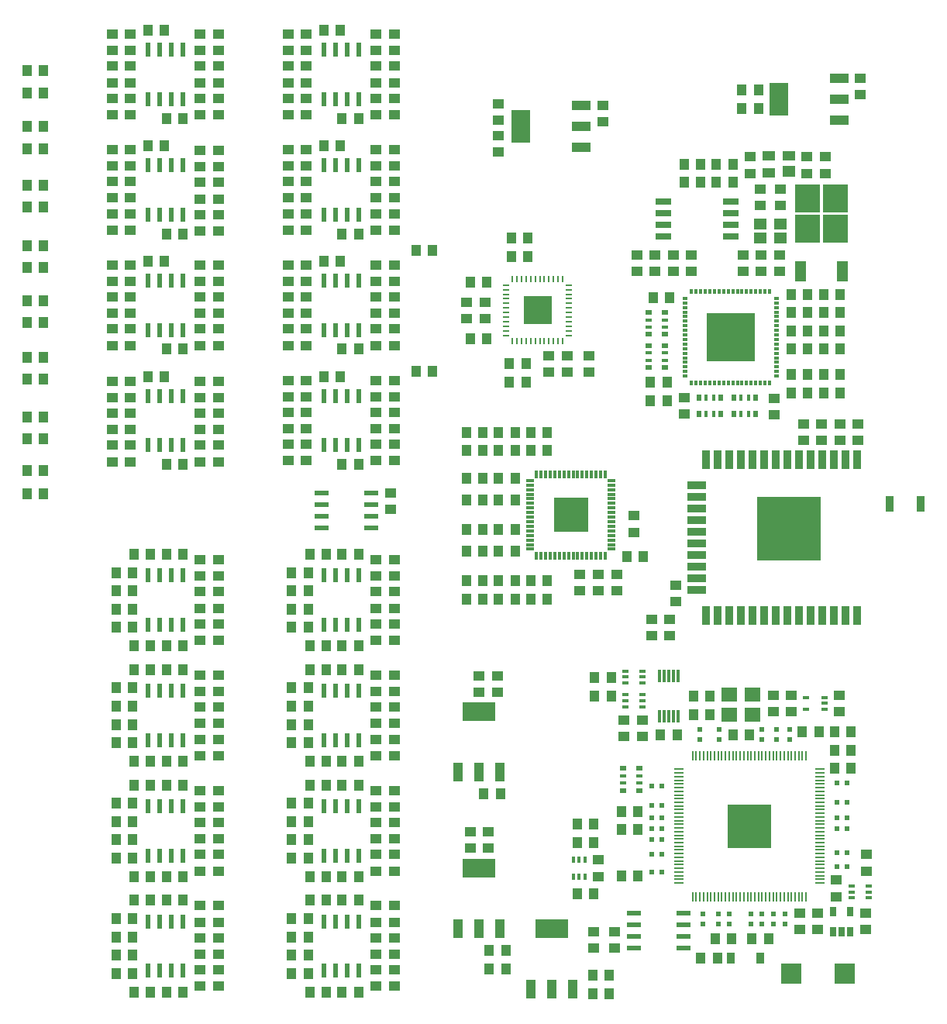
<source format=gtp>
G04 #@! TF.GenerationSoftware,KiCad,Pcbnew,(5.1.0-0)*
G04 #@! TF.CreationDate,2019-11-04T21:02:19+01:00*
G04 #@! TF.ProjectId,freeDSP-aurora,66726565-4453-4502-9d61-75726f72612e,rev?*
G04 #@! TF.SameCoordinates,Original*
G04 #@! TF.FileFunction,Paste,Top*
G04 #@! TF.FilePolarity,Positive*
%FSLAX46Y46*%
G04 Gerber Fmt 4.6, Leading zero omitted, Abs format (unit mm)*
G04 Created by KiCad (PCBNEW (5.1.0-0)) date 2019-11-04 21:02:19*
%MOMM*%
%LPD*%
G04 APERTURE LIST*
%ADD10R,1.000000X1.300000*%
%ADD11R,0.600000X1.550000*%
%ADD12R,1.550000X0.600000*%
%ADD13R,1.300000X1.000000*%
%ADD14R,1.399540X1.198880*%
%ADD15R,1.399540X1.000760*%
%ADD16R,3.657600X2.032000*%
%ADD17R,1.016000X2.032000*%
%ADD18R,2.032000X3.657600*%
%ADD19R,2.032000X1.016000*%
%ADD20R,0.900000X2.000000*%
%ADD21R,2.000000X0.900000*%
%ADD22R,7.000000X7.000000*%
%ADD23R,1.700000X1.500000*%
%ADD24R,1.400000X1.200000*%
%ADD25R,2.200000X2.200000*%
%ADD26R,0.300000X0.550000*%
%ADD27R,0.550000X0.300000*%
%ADD28R,5.250000X5.250000*%
%ADD29R,1.700000X0.650000*%
%ADD30R,3.060000X3.060000*%
%ADD31R,0.250000X0.700000*%
%ADD32R,0.700000X0.250000*%
%ADD33R,3.690000X3.690000*%
%ADD34R,0.300000X0.850000*%
%ADD35R,0.850000X0.300000*%
%ADD36R,4.800000X4.800000*%
%ADD37R,0.230000X1.000000*%
%ADD38R,1.000000X0.230000*%
%ADD39R,0.660400X0.406400*%
%ADD40R,0.910000X1.220000*%
%ADD41R,0.398780X0.749300*%
%ADD42R,0.650000X0.400000*%
%ADD43R,0.749300X0.398780*%
%ADD44R,0.300000X1.400000*%
%ADD45R,0.500000X0.800000*%
%ADD46R,0.400000X0.800000*%
%ADD47R,0.400000X0.790000*%
%ADD48R,0.500000X0.790000*%
%ADD49R,0.800000X0.500000*%
%ADD50R,0.800000X0.400000*%
%ADD51R,0.600000X0.500000*%
%ADD52R,0.500000X0.600000*%
%ADD53R,0.650000X1.060000*%
%ADD54R,1.200000X2.200000*%
%ADD55R,2.750000X3.050000*%
%ADD56R,0.900000X1.700000*%
G04 APERTURE END LIST*
D10*
X161900000Y-134300000D03*
X160100000Y-134300000D03*
D11*
X132395000Y-87500000D03*
X133665000Y-87500000D03*
X134935000Y-87500000D03*
X136205000Y-87500000D03*
X136205000Y-92900000D03*
X134935000Y-92900000D03*
X133665000Y-92900000D03*
X132395000Y-92900000D03*
X113195000Y-87500000D03*
X114465000Y-87500000D03*
X115735000Y-87500000D03*
X117005000Y-87500000D03*
X117005000Y-92900000D03*
X115735000Y-92900000D03*
X114465000Y-92900000D03*
X113195000Y-92900000D03*
X132395000Y-74900000D03*
X133665000Y-74900000D03*
X134935000Y-74900000D03*
X136205000Y-74900000D03*
X136205000Y-80300000D03*
X134935000Y-80300000D03*
X133665000Y-80300000D03*
X132395000Y-80300000D03*
X113195000Y-74900000D03*
X114465000Y-74900000D03*
X115735000Y-74900000D03*
X117005000Y-74900000D03*
X117005000Y-80300000D03*
X115735000Y-80300000D03*
X114465000Y-80300000D03*
X113195000Y-80300000D03*
X132395000Y-62300000D03*
X133665000Y-62300000D03*
X134935000Y-62300000D03*
X136205000Y-62300000D03*
X136205000Y-67700000D03*
X134935000Y-67700000D03*
X133665000Y-67700000D03*
X132395000Y-67700000D03*
X113195000Y-62300000D03*
X114465000Y-62300000D03*
X115735000Y-62300000D03*
X117005000Y-62300000D03*
X117005000Y-67700000D03*
X115735000Y-67700000D03*
X114465000Y-67700000D03*
X113195000Y-67700000D03*
X113195000Y-49700000D03*
X114465000Y-49700000D03*
X115735000Y-49700000D03*
X117005000Y-49700000D03*
X117005000Y-55100000D03*
X115735000Y-55100000D03*
X114465000Y-55100000D03*
X113195000Y-55100000D03*
X132395000Y-49700000D03*
X133665000Y-49700000D03*
X134935000Y-49700000D03*
X136205000Y-49700000D03*
X136205000Y-55100000D03*
X134935000Y-55100000D03*
X133665000Y-55100000D03*
X132395000Y-55100000D03*
X132395000Y-144900000D03*
X133665000Y-144900000D03*
X134935000Y-144900000D03*
X136205000Y-144900000D03*
X136205000Y-150300000D03*
X134935000Y-150300000D03*
X133665000Y-150300000D03*
X132395000Y-150300000D03*
X113195000Y-144900000D03*
X114465000Y-144900000D03*
X115735000Y-144900000D03*
X117005000Y-144900000D03*
X117005000Y-150300000D03*
X115735000Y-150300000D03*
X114465000Y-150300000D03*
X113195000Y-150300000D03*
X113195000Y-132300000D03*
X114465000Y-132300000D03*
X115735000Y-132300000D03*
X117005000Y-132300000D03*
X117005000Y-137700000D03*
X115735000Y-137700000D03*
X114465000Y-137700000D03*
X113195000Y-137700000D03*
X132395000Y-119700000D03*
X133665000Y-119700000D03*
X134935000Y-119700000D03*
X136205000Y-119700000D03*
X136205000Y-125100000D03*
X134935000Y-125100000D03*
X133665000Y-125100000D03*
X132395000Y-125100000D03*
X113195000Y-119700000D03*
X114465000Y-119700000D03*
X115735000Y-119700000D03*
X117005000Y-119700000D03*
X117005000Y-125100000D03*
X115735000Y-125100000D03*
X114465000Y-125100000D03*
X113195000Y-125100000D03*
X113195000Y-107100000D03*
X114465000Y-107100000D03*
X115735000Y-107100000D03*
X117005000Y-107100000D03*
X117005000Y-112500000D03*
X115735000Y-112500000D03*
X114465000Y-112500000D03*
X113195000Y-112500000D03*
X132395000Y-107100000D03*
X133665000Y-107100000D03*
X134935000Y-107100000D03*
X136205000Y-107100000D03*
X136205000Y-112500000D03*
X134935000Y-112500000D03*
X133665000Y-112500000D03*
X132395000Y-112500000D03*
X132395000Y-132300000D03*
X133665000Y-132300000D03*
X134935000Y-132300000D03*
X136205000Y-132300000D03*
X136205000Y-137700000D03*
X134935000Y-137700000D03*
X133665000Y-137700000D03*
X132395000Y-137700000D03*
D12*
X166300000Y-147805000D03*
X166300000Y-146535000D03*
X166300000Y-145265000D03*
X166300000Y-143995000D03*
X171700000Y-143995000D03*
X171700000Y-145265000D03*
X171700000Y-146535000D03*
X171700000Y-147805000D03*
X137600000Y-98095000D03*
X137600000Y-99365000D03*
X137600000Y-100635000D03*
X137600000Y-101905000D03*
X132200000Y-101905000D03*
X132200000Y-100635000D03*
X132200000Y-99365000D03*
X132200000Y-98095000D03*
D10*
X134400000Y-142600000D03*
X136200000Y-142600000D03*
D13*
X138100000Y-146700000D03*
X138100000Y-148500000D03*
D10*
X115200000Y-142600000D03*
X117000000Y-142600000D03*
D13*
X118900000Y-146700000D03*
X118900000Y-148500000D03*
X140100000Y-143200000D03*
X140100000Y-145000000D03*
X120900000Y-145000000D03*
X120900000Y-143200000D03*
D10*
X134400000Y-130000000D03*
X136200000Y-130000000D03*
D13*
X138100000Y-134100000D03*
X138100000Y-135900000D03*
X138100000Y-132400000D03*
X138100000Y-130600000D03*
X140100000Y-134100000D03*
X140100000Y-135900000D03*
X140100000Y-132400000D03*
X140100000Y-130600000D03*
D10*
X130700000Y-134000000D03*
X128900000Y-134000000D03*
X134400000Y-117400000D03*
X136200000Y-117400000D03*
D13*
X138100000Y-121500000D03*
X138100000Y-123300000D03*
D10*
X115200000Y-117400000D03*
X117000000Y-117400000D03*
D13*
X118900000Y-121500000D03*
X118900000Y-123300000D03*
X140100000Y-118000000D03*
X140100000Y-119800000D03*
X120900000Y-119800000D03*
X120900000Y-118000000D03*
D10*
X134400000Y-104800000D03*
X136200000Y-104800000D03*
D13*
X138100000Y-108900000D03*
X138100000Y-110700000D03*
X140100000Y-107200000D03*
X140100000Y-105400000D03*
X118900000Y-108900000D03*
X118900000Y-110700000D03*
X118900000Y-107200000D03*
X118900000Y-105400000D03*
D10*
X109700000Y-108800000D03*
X111500000Y-108800000D03*
X101800000Y-58100000D03*
X100000000Y-58100000D03*
D13*
X139700000Y-98100000D03*
X139700000Y-99900000D03*
X140100000Y-87600000D03*
X140100000Y-85800000D03*
X120900000Y-85900000D03*
X120900000Y-87700000D03*
X140100000Y-75000000D03*
X140100000Y-73200000D03*
X120900000Y-73200000D03*
X120900000Y-75000000D03*
X140100000Y-62400000D03*
X140100000Y-60600000D03*
X120900000Y-60700000D03*
X120900000Y-62500000D03*
X140100000Y-49800000D03*
X140100000Y-48000000D03*
X120900000Y-48000000D03*
X120900000Y-49800000D03*
D10*
X100000000Y-89800000D03*
X101800000Y-89800000D03*
X100000000Y-95700000D03*
X101800000Y-95700000D03*
X101800000Y-92200000D03*
X100000000Y-92200000D03*
X101800000Y-98200000D03*
X100000000Y-98200000D03*
X100000000Y-77100000D03*
X101800000Y-77100000D03*
X100000000Y-83300000D03*
X101800000Y-83300000D03*
X101800000Y-79500000D03*
X100000000Y-79500000D03*
X101800000Y-85700000D03*
X100000000Y-85700000D03*
X100000000Y-64500000D03*
X101800000Y-64500000D03*
X100000000Y-71100000D03*
X101800000Y-71100000D03*
X101800000Y-66900000D03*
X100000000Y-66900000D03*
X101800000Y-73500000D03*
X100000000Y-73500000D03*
X100000000Y-52000000D03*
X101800000Y-52000000D03*
X101800000Y-60500000D03*
X100000000Y-60500000D03*
X101800000Y-54400000D03*
X100000000Y-54400000D03*
D14*
X183199820Y-62969620D03*
D15*
X183199820Y-61250040D03*
X181000180Y-61250040D03*
X181000180Y-63149960D03*
D16*
X149400000Y-139098000D03*
D17*
X149400000Y-145702000D03*
X151686000Y-145702000D03*
X147114000Y-145702000D03*
D13*
X168200000Y-111900000D03*
X168200000Y-113700000D03*
X170200000Y-111900000D03*
X170200000Y-113700000D03*
D18*
X182098000Y-55114000D03*
D19*
X188702000Y-55114000D03*
X188702000Y-52828000D03*
X188702000Y-57400000D03*
D16*
X157300000Y-145698000D03*
D17*
X157300000Y-152302000D03*
X159586000Y-152302000D03*
X155014000Y-152302000D03*
D18*
X153898000Y-58100000D03*
D19*
X160502000Y-58100000D03*
X160502000Y-55814000D03*
X160502000Y-60386000D03*
D13*
X151500000Y-59100000D03*
X151500000Y-60900000D03*
X151500000Y-57400000D03*
X151500000Y-55600000D03*
X162900000Y-55800000D03*
X162900000Y-57600000D03*
X184800000Y-90600000D03*
X184800000Y-92400000D03*
D20*
X190700000Y-94500000D03*
X189430000Y-94500000D03*
X188160000Y-94500000D03*
X186890000Y-94500000D03*
X185620000Y-94500000D03*
X184350000Y-94500000D03*
X183080000Y-94500000D03*
X181810000Y-94500000D03*
X180540000Y-94500000D03*
X179270000Y-94500000D03*
X178000000Y-94500000D03*
X176730000Y-94500000D03*
X175460000Y-94500000D03*
X174190000Y-94500000D03*
D21*
X173190000Y-97285000D03*
X173190000Y-98555000D03*
X173190000Y-99825000D03*
X173190000Y-101095000D03*
X173190000Y-102365000D03*
X173190000Y-103635000D03*
X173190000Y-104905000D03*
X173190000Y-106175000D03*
X173190000Y-107445000D03*
X173190000Y-108715000D03*
D20*
X174190000Y-111500000D03*
X175460000Y-111500000D03*
X176730000Y-111500000D03*
X178000000Y-111500000D03*
X179270000Y-111500000D03*
X180540000Y-111500000D03*
X181810000Y-111500000D03*
X183080000Y-111500000D03*
X184350000Y-111500000D03*
X185620000Y-111500000D03*
X186890000Y-111500000D03*
X188160000Y-111500000D03*
X189430000Y-111500000D03*
X190700000Y-111500000D03*
D22*
X183200000Y-102000000D03*
D13*
X188800000Y-90600000D03*
X188800000Y-92400000D03*
X190800000Y-90600000D03*
X190800000Y-92400000D03*
X186800000Y-90600000D03*
X186800000Y-92400000D03*
D10*
X190000000Y-128200000D03*
X188200000Y-128200000D03*
X190000000Y-126200000D03*
X188200000Y-126200000D03*
D13*
X167200000Y-124700000D03*
X167200000Y-122900000D03*
X165200000Y-124700000D03*
X165200000Y-122900000D03*
D10*
X172800000Y-120300000D03*
X174600000Y-120300000D03*
X162000000Y-120300000D03*
X163800000Y-120300000D03*
X171000000Y-124500000D03*
X169200000Y-124500000D03*
X162000000Y-118300000D03*
X163800000Y-118300000D03*
D13*
X191700000Y-137600000D03*
X191700000Y-139400000D03*
X188400000Y-142200000D03*
X188400000Y-140400000D03*
X186400000Y-145800000D03*
X186400000Y-144000000D03*
X148400000Y-135100000D03*
X148400000Y-136900000D03*
D10*
X150500000Y-148100000D03*
X152300000Y-148100000D03*
D13*
X150400000Y-135100000D03*
X150400000Y-136900000D03*
D10*
X161900000Y-141900000D03*
X160100000Y-141900000D03*
D13*
X162400000Y-140000000D03*
X162400000Y-138200000D03*
D10*
X160100000Y-136300000D03*
X161900000Y-136300000D03*
D23*
X179270000Y-120100000D03*
X176730000Y-120100000D03*
X176730000Y-122300000D03*
X179270000Y-122300000D03*
D13*
X183500000Y-120200000D03*
X183500000Y-122000000D03*
X188700000Y-120200000D03*
X188700000Y-122000000D03*
D10*
X177100000Y-124500000D03*
X178900000Y-124500000D03*
X175200000Y-146800000D03*
X177000000Y-146800000D03*
X179200000Y-146800000D03*
X181000000Y-146800000D03*
X164900000Y-139900000D03*
X166700000Y-139900000D03*
X166700000Y-134900000D03*
X164900000Y-134900000D03*
X166700000Y-132900000D03*
X164900000Y-132900000D03*
X186500000Y-124200000D03*
X184700000Y-124200000D03*
X172800000Y-122300000D03*
X174600000Y-122300000D03*
D13*
X181500000Y-120200000D03*
X181500000Y-122000000D03*
X164200000Y-146000000D03*
X164200000Y-147800000D03*
D10*
X173600000Y-148900000D03*
X175400000Y-148900000D03*
X188200000Y-124200000D03*
X190000000Y-124200000D03*
X161800000Y-150800000D03*
X163600000Y-150800000D03*
X179900000Y-56100000D03*
X178100000Y-56100000D03*
D13*
X191000000Y-52800000D03*
X191000000Y-54600000D03*
D24*
X182300000Y-68700000D03*
X180100000Y-70300000D03*
X180100000Y-68700000D03*
X182300000Y-70300000D03*
D13*
X162400000Y-107000000D03*
X162400000Y-108800000D03*
D10*
X151500000Y-109700000D03*
X153300000Y-109700000D03*
X151500000Y-91500000D03*
X153300000Y-91500000D03*
D13*
X159000000Y-83100000D03*
X159000000Y-84900000D03*
X148000000Y-79100000D03*
X148000000Y-77300000D03*
D10*
X169900000Y-88000000D03*
X168100000Y-88000000D03*
D13*
X170600000Y-73900000D03*
X170600000Y-72100000D03*
D10*
X187000000Y-82400000D03*
X188800000Y-82400000D03*
X185300000Y-85200000D03*
X183500000Y-85200000D03*
D13*
X185200000Y-63200000D03*
X185200000Y-61400000D03*
X187200000Y-63200000D03*
X187200000Y-61400000D03*
D10*
X177100000Y-64200000D03*
X175300000Y-64200000D03*
X177100000Y-62200000D03*
X175300000Y-62200000D03*
X171800000Y-64200000D03*
X173600000Y-64200000D03*
X171800000Y-62200000D03*
X173600000Y-62200000D03*
D13*
X178200000Y-73900000D03*
X178200000Y-72100000D03*
X180200000Y-73900000D03*
X180200000Y-72100000D03*
X166600000Y-72100000D03*
X166600000Y-73900000D03*
D10*
X187000000Y-78400000D03*
X188800000Y-78400000D03*
X187000000Y-76400000D03*
X188800000Y-76400000D03*
X188800000Y-85200000D03*
X187000000Y-85200000D03*
X188800000Y-87200000D03*
X187000000Y-87200000D03*
D13*
X171800000Y-87700000D03*
X171800000Y-89500000D03*
D10*
X170200000Y-76800000D03*
X168400000Y-76800000D03*
X183500000Y-76400000D03*
X185300000Y-76400000D03*
X183500000Y-87200000D03*
X185300000Y-87200000D03*
D13*
X181600000Y-87800000D03*
X181600000Y-89600000D03*
D10*
X169900000Y-86000000D03*
X168100000Y-86000000D03*
D13*
X172600000Y-73900000D03*
X172600000Y-72100000D03*
X182200000Y-73900000D03*
X182200000Y-72100000D03*
X179000000Y-63200000D03*
X179000000Y-61400000D03*
X168600000Y-72100000D03*
X168600000Y-73900000D03*
X180100000Y-66700000D03*
X180100000Y-64900000D03*
X182300000Y-66700000D03*
X182300000Y-64900000D03*
D10*
X187000000Y-80400000D03*
X188800000Y-80400000D03*
X185300000Y-80400000D03*
X183500000Y-80400000D03*
X183500000Y-78400000D03*
X185300000Y-78400000D03*
X185300000Y-82400000D03*
X183500000Y-82400000D03*
X179900000Y-54100000D03*
X178100000Y-54100000D03*
D13*
X161900000Y-147800000D03*
X161900000Y-146000000D03*
D10*
X161800000Y-152800000D03*
X163600000Y-152800000D03*
D13*
X140100000Y-91100000D03*
X140100000Y-89300000D03*
X120900000Y-91200000D03*
X120900000Y-89400000D03*
X138100000Y-89300000D03*
X138100000Y-91100000D03*
X140100000Y-92800000D03*
X140100000Y-94600000D03*
X118900000Y-89400000D03*
X118900000Y-91200000D03*
X120900000Y-92900000D03*
X120900000Y-94700000D03*
X130500000Y-89300000D03*
X130500000Y-91100000D03*
X111300000Y-89400000D03*
X111300000Y-91200000D03*
X128500000Y-85800000D03*
X128500000Y-87600000D03*
X109300000Y-85900000D03*
X109300000Y-87700000D03*
X128500000Y-92800000D03*
X128500000Y-94600000D03*
X109300000Y-92900000D03*
X109300000Y-94700000D03*
D10*
X154700000Y-70300000D03*
X152900000Y-70300000D03*
D13*
X130500000Y-92800000D03*
X130500000Y-94600000D03*
D10*
X134400000Y-95000000D03*
X136200000Y-95000000D03*
D13*
X111300000Y-92900000D03*
X111300000Y-94700000D03*
D10*
X115200000Y-95000000D03*
X117000000Y-95000000D03*
D13*
X140100000Y-78500000D03*
X140100000Y-76700000D03*
D10*
X142500000Y-71600000D03*
X144300000Y-71600000D03*
D13*
X138100000Y-76700000D03*
X138100000Y-78500000D03*
X140100000Y-80200000D03*
X140100000Y-82000000D03*
X118900000Y-76700000D03*
X118900000Y-78500000D03*
X120900000Y-80200000D03*
X120900000Y-82000000D03*
X130500000Y-76700000D03*
X130500000Y-78500000D03*
X111300000Y-76700000D03*
X111300000Y-78500000D03*
X128500000Y-73200000D03*
X128500000Y-75000000D03*
X109300000Y-73200000D03*
X109300000Y-75000000D03*
X128500000Y-80200000D03*
X128500000Y-82000000D03*
X109300000Y-80200000D03*
X109300000Y-82000000D03*
X130500000Y-80200000D03*
X130500000Y-82000000D03*
D10*
X134400000Y-82400000D03*
X136200000Y-82400000D03*
D13*
X111300000Y-80200000D03*
X111300000Y-82000000D03*
D10*
X115200000Y-82400000D03*
X117000000Y-82400000D03*
X142500000Y-84800000D03*
X144300000Y-84800000D03*
D13*
X140100000Y-65900000D03*
X140100000Y-64100000D03*
X120900000Y-66000000D03*
X120900000Y-64200000D03*
X138100000Y-64100000D03*
X138100000Y-65900000D03*
X140100000Y-67600000D03*
X140100000Y-69400000D03*
X118900000Y-64200000D03*
X118900000Y-66000000D03*
X120900000Y-67700000D03*
X120900000Y-69500000D03*
X130500000Y-64100000D03*
X130500000Y-65900000D03*
X111300000Y-64100000D03*
X111300000Y-65900000D03*
X128500000Y-60600000D03*
X128500000Y-62400000D03*
X109300000Y-60600000D03*
X109300000Y-62400000D03*
D10*
X154500000Y-86000000D03*
X152700000Y-86000000D03*
D13*
X128500000Y-67600000D03*
X128500000Y-69400000D03*
X109300000Y-67600000D03*
X109300000Y-69400000D03*
X130500000Y-67600000D03*
X130500000Y-69400000D03*
D10*
X134400000Y-69800000D03*
X136200000Y-69800000D03*
D13*
X111300000Y-67600000D03*
X111300000Y-69400000D03*
D10*
X115200000Y-69800000D03*
X117000000Y-69800000D03*
D13*
X120900000Y-53300000D03*
X120900000Y-51500000D03*
X140100000Y-53300000D03*
X140100000Y-51500000D03*
X118900000Y-51500000D03*
X118900000Y-53300000D03*
X120900000Y-55000000D03*
X120900000Y-56800000D03*
X138100000Y-51500000D03*
X138100000Y-53300000D03*
X140100000Y-55000000D03*
X140100000Y-56800000D03*
X111300000Y-51500000D03*
X111300000Y-53300000D03*
X130500000Y-51500000D03*
X130500000Y-53300000D03*
X109300000Y-48000000D03*
X109300000Y-49800000D03*
X128500000Y-48000000D03*
X128500000Y-49800000D03*
X109300000Y-55000000D03*
X109300000Y-56800000D03*
X128500000Y-55000000D03*
X128500000Y-56800000D03*
X111300000Y-55000000D03*
X111300000Y-56800000D03*
D10*
X115200000Y-57200000D03*
X117000000Y-57200000D03*
D13*
X130500000Y-55000000D03*
X130500000Y-56800000D03*
D10*
X134400000Y-57200000D03*
X136200000Y-57200000D03*
X132400000Y-85400000D03*
X134200000Y-85400000D03*
X113200000Y-85400000D03*
X115000000Y-85400000D03*
X132400000Y-72800000D03*
X134200000Y-72800000D03*
X113200000Y-72800000D03*
X115000000Y-72800000D03*
X132400000Y-60200000D03*
X134200000Y-60200000D03*
X113200000Y-60200000D03*
X115000000Y-60200000D03*
X113200000Y-47600000D03*
X115000000Y-47600000D03*
X132400000Y-47600000D03*
X134200000Y-47600000D03*
D13*
X157000000Y-83100000D03*
X157000000Y-84900000D03*
X138100000Y-87600000D03*
X138100000Y-85800000D03*
X118900000Y-87700000D03*
X118900000Y-85900000D03*
X138100000Y-94600000D03*
X138100000Y-92800000D03*
X118900000Y-94700000D03*
X118900000Y-92900000D03*
D10*
X152900000Y-72300000D03*
X154700000Y-72300000D03*
D13*
X130500000Y-85800000D03*
X130500000Y-87600000D03*
X111300000Y-85900000D03*
X111300000Y-87700000D03*
X128500000Y-89300000D03*
X128500000Y-91100000D03*
X109300000Y-89400000D03*
X109300000Y-91200000D03*
D10*
X150200000Y-75100000D03*
X148400000Y-75100000D03*
D13*
X138100000Y-75000000D03*
X138100000Y-73200000D03*
X118900000Y-75000000D03*
X118900000Y-73200000D03*
X138100000Y-82000000D03*
X138100000Y-80200000D03*
X118900000Y-82000000D03*
X118900000Y-80200000D03*
X150000000Y-79100000D03*
X150000000Y-77300000D03*
X130500000Y-73200000D03*
X130500000Y-75000000D03*
X111300000Y-73200000D03*
X111300000Y-75000000D03*
X128500000Y-76700000D03*
X128500000Y-78500000D03*
X109300000Y-76700000D03*
X109300000Y-78500000D03*
D10*
X150200000Y-81300000D03*
X148400000Y-81300000D03*
D13*
X138100000Y-62400000D03*
X138100000Y-60600000D03*
X118900000Y-62500000D03*
X118900000Y-60700000D03*
X138100000Y-69400000D03*
X138100000Y-67600000D03*
X118900000Y-69500000D03*
X118900000Y-67700000D03*
D10*
X152700000Y-84000000D03*
X154500000Y-84000000D03*
D13*
X130500000Y-60600000D03*
X130500000Y-62400000D03*
X111300000Y-60600000D03*
X111300000Y-62400000D03*
X128500000Y-64100000D03*
X128500000Y-65900000D03*
X109300000Y-64100000D03*
X109300000Y-65900000D03*
X161400000Y-83100000D03*
X161400000Y-84900000D03*
X118900000Y-49800000D03*
X118900000Y-48000000D03*
X138100000Y-49800000D03*
X138100000Y-48000000D03*
X118900000Y-56800000D03*
X118900000Y-55000000D03*
X138100000Y-56800000D03*
X138100000Y-55000000D03*
X111300000Y-48000000D03*
X111300000Y-49800000D03*
X130500000Y-48000000D03*
X130500000Y-49800000D03*
X109300000Y-51500000D03*
X109300000Y-53300000D03*
X128500000Y-51500000D03*
X128500000Y-53300000D03*
X138100000Y-143200000D03*
X138100000Y-145000000D03*
X118900000Y-143200000D03*
X118900000Y-145000000D03*
X140100000Y-146700000D03*
X140100000Y-148500000D03*
X120900000Y-146700000D03*
X120900000Y-148500000D03*
D10*
X128900000Y-148600000D03*
X130700000Y-148600000D03*
X109700000Y-148600000D03*
X111500000Y-148600000D03*
X136200000Y-152600000D03*
X134400000Y-152600000D03*
X117000000Y-152600000D03*
X115200000Y-152600000D03*
X128900000Y-150600000D03*
X130700000Y-150600000D03*
X109700000Y-150600000D03*
X111500000Y-150600000D03*
D13*
X138100000Y-152000000D03*
X138100000Y-150200000D03*
X118900000Y-152000000D03*
X118900000Y-150200000D03*
D10*
X128900000Y-136000000D03*
X130700000Y-136000000D03*
X136200000Y-140000000D03*
X134400000Y-140000000D03*
X128900000Y-138000000D03*
X130700000Y-138000000D03*
D13*
X138100000Y-139400000D03*
X138100000Y-137600000D03*
D10*
X117000000Y-130000000D03*
X115200000Y-130000000D03*
D13*
X118900000Y-134100000D03*
X118900000Y-135900000D03*
D10*
X148000000Y-109700000D03*
X149800000Y-109700000D03*
D13*
X118900000Y-130600000D03*
X118900000Y-132400000D03*
X120900000Y-134100000D03*
X120900000Y-135900000D03*
D10*
X109700000Y-136000000D03*
X111500000Y-136000000D03*
X117000000Y-140000000D03*
X115200000Y-140000000D03*
X109700000Y-138000000D03*
X111500000Y-138000000D03*
D13*
X118900000Y-139400000D03*
X118900000Y-137600000D03*
X166300000Y-100600000D03*
X166300000Y-102400000D03*
D10*
X148000000Y-107700000D03*
X149800000Y-107700000D03*
D13*
X138100000Y-118000000D03*
X138100000Y-119800000D03*
X118900000Y-118000000D03*
X118900000Y-119800000D03*
X140100000Y-121500000D03*
X140100000Y-123300000D03*
X120900000Y-121500000D03*
X120900000Y-123300000D03*
D10*
X128900000Y-123400000D03*
X130700000Y-123400000D03*
X109700000Y-123400000D03*
X111500000Y-123400000D03*
X148000000Y-93500000D03*
X149800000Y-93500000D03*
X136200000Y-127400000D03*
X134400000Y-127400000D03*
X117000000Y-127400000D03*
X115200000Y-127400000D03*
X128900000Y-125400000D03*
X130700000Y-125400000D03*
X109700000Y-125400000D03*
X111500000Y-125400000D03*
D13*
X138100000Y-126800000D03*
X138100000Y-125000000D03*
X118900000Y-126800000D03*
X118900000Y-125000000D03*
D10*
X148000000Y-91500000D03*
X149800000Y-91500000D03*
D13*
X138100000Y-105400000D03*
X138100000Y-107200000D03*
D10*
X117000000Y-104800000D03*
X115200000Y-104800000D03*
D13*
X140100000Y-108900000D03*
X140100000Y-110700000D03*
X120900000Y-108900000D03*
X120900000Y-110700000D03*
D10*
X128900000Y-110800000D03*
X130700000Y-110800000D03*
X109700000Y-110800000D03*
X111500000Y-110800000D03*
X136200000Y-114800000D03*
X134400000Y-114800000D03*
X117000000Y-114800000D03*
X115200000Y-114800000D03*
X128900000Y-112800000D03*
X130700000Y-112800000D03*
X109700000Y-112800000D03*
X111500000Y-112800000D03*
D13*
X138100000Y-114200000D03*
X138100000Y-112400000D03*
X118900000Y-114200000D03*
X118900000Y-112400000D03*
D10*
X132700000Y-142600000D03*
X130900000Y-142600000D03*
X113500000Y-142600000D03*
X111700000Y-142600000D03*
X132700000Y-130000000D03*
X130900000Y-130000000D03*
X113500000Y-130000000D03*
X111700000Y-130000000D03*
X132700000Y-117400000D03*
X130900000Y-117400000D03*
X113500000Y-117400000D03*
X111700000Y-117400000D03*
X132700000Y-104800000D03*
X130900000Y-104800000D03*
X113500000Y-104800000D03*
X111700000Y-104800000D03*
X128900000Y-146600000D03*
X130700000Y-146600000D03*
X109700000Y-146600000D03*
X111500000Y-146600000D03*
X156800000Y-109700000D03*
X155000000Y-109700000D03*
X151500000Y-107700000D03*
X153300000Y-107700000D03*
X128900000Y-144600000D03*
X130700000Y-144600000D03*
X109700000Y-144600000D03*
X111500000Y-144600000D03*
D13*
X160400000Y-107000000D03*
X160400000Y-108800000D03*
D10*
X153300000Y-104500000D03*
X151500000Y-104500000D03*
X153300000Y-96500000D03*
X151500000Y-96500000D03*
D13*
X140100000Y-152000000D03*
X140100000Y-150200000D03*
X120900000Y-152000000D03*
X120900000Y-150200000D03*
D10*
X130900000Y-152600000D03*
X132700000Y-152600000D03*
X111700000Y-152600000D03*
X113500000Y-152600000D03*
X149800000Y-104500000D03*
X148000000Y-104500000D03*
X128900000Y-132000000D03*
X130700000Y-132000000D03*
X165500000Y-105100000D03*
X167300000Y-105100000D03*
D13*
X164400000Y-107000000D03*
X164400000Y-108800000D03*
X140100000Y-139400000D03*
X140100000Y-137600000D03*
D10*
X130900000Y-140000000D03*
X132700000Y-140000000D03*
D13*
X120900000Y-132400000D03*
X120900000Y-130600000D03*
D10*
X109700000Y-134000000D03*
X111500000Y-134000000D03*
X156800000Y-107700000D03*
X155000000Y-107700000D03*
X149800000Y-102100000D03*
X148000000Y-102100000D03*
X109700000Y-132000000D03*
X111500000Y-132000000D03*
D13*
X120900000Y-139400000D03*
X120900000Y-137600000D03*
D10*
X111700000Y-140000000D03*
X113500000Y-140000000D03*
X153300000Y-102100000D03*
X151500000Y-102100000D03*
X128900000Y-121400000D03*
X130700000Y-121400000D03*
X109700000Y-121400000D03*
X111500000Y-121400000D03*
X153300000Y-98900000D03*
X151500000Y-98900000D03*
X148000000Y-98900000D03*
X149800000Y-98900000D03*
X148000000Y-96500000D03*
X149800000Y-96500000D03*
X128900000Y-119400000D03*
X130700000Y-119400000D03*
X109700000Y-119400000D03*
X111500000Y-119400000D03*
D13*
X140100000Y-126800000D03*
X140100000Y-125000000D03*
X120900000Y-126800000D03*
X120900000Y-125000000D03*
D10*
X156800000Y-93500000D03*
X155000000Y-93500000D03*
X130900000Y-127400000D03*
X132700000Y-127400000D03*
X111700000Y-127400000D03*
X113500000Y-127400000D03*
X128900000Y-108800000D03*
X130700000Y-108800000D03*
D13*
X120900000Y-107200000D03*
X120900000Y-105400000D03*
D10*
X151500000Y-93500000D03*
X153300000Y-93500000D03*
X109700000Y-106800000D03*
X111500000Y-106800000D03*
X128900000Y-106800000D03*
X130700000Y-106800000D03*
X111700000Y-114800000D03*
X113500000Y-114800000D03*
D13*
X140100000Y-114200000D03*
X140100000Y-112400000D03*
X120900000Y-114200000D03*
X120900000Y-112400000D03*
D10*
X130900000Y-114800000D03*
X132700000Y-114800000D03*
X155000000Y-91500000D03*
X156800000Y-91500000D03*
D13*
X184400000Y-145800000D03*
X184400000Y-144000000D03*
D25*
X189300000Y-150600000D03*
X183500000Y-150600000D03*
D13*
X120900000Y-78500000D03*
X120900000Y-76700000D03*
X149400000Y-118100000D03*
X149400000Y-119900000D03*
X151400000Y-118100000D03*
X151400000Y-119900000D03*
X170900000Y-108200000D03*
X170900000Y-110000000D03*
D17*
X147114000Y-128602000D03*
X151686000Y-128602000D03*
X149400000Y-128602000D03*
D16*
X149400000Y-121998000D03*
D10*
X149900000Y-131000000D03*
X151700000Y-131000000D03*
X150500000Y-150100000D03*
X152300000Y-150100000D03*
D13*
X191600000Y-145800000D03*
X191600000Y-144000000D03*
D26*
X181100000Y-86100000D03*
X180600000Y-86100000D03*
X180100000Y-86100000D03*
X179600000Y-86100000D03*
X179100000Y-86100000D03*
X178600000Y-86100000D03*
X178100000Y-86100000D03*
X177600000Y-86100000D03*
X177100000Y-86100000D03*
X176600000Y-86100000D03*
X176100000Y-86100000D03*
X175600000Y-86100000D03*
X175100000Y-86100000D03*
X174600000Y-86100000D03*
X174100000Y-86100000D03*
X173600000Y-86100000D03*
X173100000Y-86100000D03*
X172600000Y-86100000D03*
D27*
X171850000Y-85350000D03*
X171850000Y-84850000D03*
X171850000Y-84350000D03*
X171850000Y-83850000D03*
X171850000Y-83350000D03*
X171850000Y-82850000D03*
X171850000Y-82350000D03*
X171850000Y-81850000D03*
X171850000Y-81350000D03*
X171850000Y-80850000D03*
X171850000Y-80350000D03*
X171850000Y-79850000D03*
X171850000Y-79350000D03*
X171850000Y-78850000D03*
X171850000Y-78350000D03*
X171850000Y-77850000D03*
X171850000Y-77350000D03*
X171850000Y-76850000D03*
D26*
X172600000Y-76100000D03*
X173100000Y-76100000D03*
X173600000Y-76100000D03*
X174100000Y-76100000D03*
X174600000Y-76100000D03*
X175100000Y-76100000D03*
X175600000Y-76100000D03*
X176100000Y-76100000D03*
X176600000Y-76100000D03*
X177100000Y-76100000D03*
X177600000Y-76100000D03*
X178100000Y-76100000D03*
X178600000Y-76100000D03*
X179100000Y-76100000D03*
X179600000Y-76100000D03*
X180100000Y-76100000D03*
X180600000Y-76100000D03*
X181100000Y-76100000D03*
D27*
X181850000Y-76850000D03*
X181850000Y-77350000D03*
X181850000Y-77850000D03*
X181850000Y-78350000D03*
X181850000Y-78850000D03*
X181850000Y-79350000D03*
X181850000Y-79850000D03*
X181850000Y-80350000D03*
X181850000Y-80850000D03*
X181850000Y-81350000D03*
X181850000Y-81850000D03*
X181850000Y-82350000D03*
X181850000Y-82850000D03*
X181850000Y-83350000D03*
X181850000Y-83850000D03*
X181850000Y-84350000D03*
X181850000Y-84850000D03*
X181850000Y-85350000D03*
D28*
X176850000Y-81100000D03*
D29*
X169550000Y-70105000D03*
X169550000Y-68835000D03*
X169550000Y-67565000D03*
X169550000Y-66295000D03*
X176850000Y-66295000D03*
X176850000Y-67565000D03*
X176850000Y-68835000D03*
X176850000Y-70105000D03*
D30*
X155756250Y-78156250D03*
D31*
X158506250Y-81556250D03*
X158006250Y-81556250D03*
X157506250Y-81556250D03*
X157006250Y-81556250D03*
X156506250Y-81556250D03*
X156006250Y-81556250D03*
X155506250Y-81556250D03*
X155006250Y-81556250D03*
X154506250Y-81556250D03*
X154006250Y-81556250D03*
X153506250Y-81556250D03*
X153006250Y-81556250D03*
D32*
X152356250Y-80906250D03*
X152356250Y-80406250D03*
X152356250Y-79906250D03*
X152356250Y-79406250D03*
X152356250Y-78906250D03*
X152356250Y-78406250D03*
X152356250Y-77906250D03*
X152356250Y-77406250D03*
X152356250Y-76906250D03*
X152356250Y-76406250D03*
X152356250Y-75906250D03*
X152356250Y-75406250D03*
D31*
X153006250Y-74756250D03*
X153506250Y-74756250D03*
X154006250Y-74756250D03*
X154506250Y-74756250D03*
X155006250Y-74756250D03*
X155506250Y-74756250D03*
X156006250Y-74756250D03*
X156506250Y-74756250D03*
X157006250Y-74756250D03*
X157506250Y-74756250D03*
X158006250Y-74756250D03*
X158506250Y-74756250D03*
D32*
X159156250Y-75406250D03*
X159156250Y-75906250D03*
X159156250Y-76406250D03*
X159156250Y-76906250D03*
X159156250Y-77406250D03*
X159156250Y-77906250D03*
X159156250Y-78406250D03*
X159156250Y-78906250D03*
X159156250Y-79406250D03*
X159156250Y-79906250D03*
X159156250Y-80406250D03*
X159156250Y-80906250D03*
D33*
X159400000Y-100500000D03*
D34*
X155650000Y-96050000D03*
X156150000Y-96050000D03*
X156650000Y-96050000D03*
X157150000Y-96050000D03*
X157650000Y-96050000D03*
X158150000Y-96050000D03*
X158650000Y-96050000D03*
X159150000Y-96050000D03*
X159650000Y-96050000D03*
X160150000Y-96050000D03*
X160650000Y-96050000D03*
X161150000Y-96050000D03*
X161650000Y-96050000D03*
X162150000Y-96050000D03*
X162650000Y-96050000D03*
X163150000Y-96050000D03*
D35*
X163850000Y-96750000D03*
X163850000Y-97250000D03*
X163850000Y-97750000D03*
X163850000Y-98250000D03*
X163850000Y-98750000D03*
X163850000Y-99250000D03*
X163850000Y-99750000D03*
X163850000Y-100250000D03*
X163850000Y-100750000D03*
X163850000Y-101250000D03*
X163850000Y-101750000D03*
X163850000Y-102250000D03*
X163850000Y-102750000D03*
X163850000Y-103250000D03*
X163850000Y-103750000D03*
X163850000Y-104250000D03*
D34*
X163150000Y-104950000D03*
X162650000Y-104950000D03*
X162150000Y-104950000D03*
X161650000Y-104950000D03*
X161150000Y-104950000D03*
X160650000Y-104950000D03*
X160150000Y-104950000D03*
X159650000Y-104950000D03*
X159150000Y-104950000D03*
X158650000Y-104950000D03*
X158150000Y-104950000D03*
X157650000Y-104950000D03*
X157150000Y-104950000D03*
X156650000Y-104950000D03*
X156150000Y-104950000D03*
X155650000Y-104950000D03*
D35*
X154950000Y-104250000D03*
X154950000Y-103750000D03*
X154950000Y-103250000D03*
X154950000Y-102750000D03*
X154950000Y-102250000D03*
X154950000Y-101750000D03*
X154950000Y-101250000D03*
X154950000Y-100750000D03*
X154950000Y-100250000D03*
X154950000Y-99750000D03*
X154950000Y-99250000D03*
X154950000Y-98750000D03*
X154950000Y-98250000D03*
X154950000Y-97750000D03*
X154950000Y-97250000D03*
X154950000Y-96750000D03*
D36*
X178900000Y-134500000D03*
X178900000Y-134500000D03*
D37*
X172700000Y-126800000D03*
X173100000Y-126800000D03*
X173500000Y-126800000D03*
X173900000Y-126800000D03*
X174300000Y-126800000D03*
X174700000Y-126800000D03*
X175100000Y-126800000D03*
X175500000Y-126800000D03*
X175900000Y-126800000D03*
X176300000Y-126800000D03*
X176700000Y-126800000D03*
X177100000Y-126800000D03*
X177500000Y-126800000D03*
X177900000Y-126800000D03*
X178300000Y-126800000D03*
X178700000Y-126800000D03*
X179100000Y-126800000D03*
X179500000Y-126800000D03*
X179900000Y-126800000D03*
X180300000Y-126800000D03*
X180700000Y-126800000D03*
X181100000Y-126800000D03*
X181500000Y-126800000D03*
X181900000Y-126800000D03*
X182300000Y-126800000D03*
X182700000Y-126800000D03*
X183100000Y-126800000D03*
X183500000Y-126800000D03*
X183900000Y-126800000D03*
X184300000Y-126800000D03*
X184700000Y-126800000D03*
X185100000Y-126800000D03*
D38*
X186600000Y-128300000D03*
X186600000Y-128700000D03*
X186600000Y-129100000D03*
X186600000Y-129500000D03*
X186600000Y-129900000D03*
X186600000Y-130300000D03*
X186600000Y-130700000D03*
X186600000Y-131100000D03*
X186600000Y-131500000D03*
X186600000Y-131900000D03*
X186600000Y-132300000D03*
X186600000Y-132700000D03*
X186600000Y-133100000D03*
X186600000Y-133500000D03*
X186600000Y-133900000D03*
X186600000Y-134300000D03*
X186600000Y-134700000D03*
X186600000Y-135100000D03*
X186600000Y-135500000D03*
X186600000Y-135900000D03*
X186600000Y-136300000D03*
X186600000Y-136700000D03*
X186600000Y-137100000D03*
X186600000Y-137500000D03*
X186600000Y-137900000D03*
X186600000Y-138300000D03*
X186600000Y-138700000D03*
X186600000Y-139100000D03*
X186600000Y-139500000D03*
X186600000Y-139900000D03*
X186600000Y-140300000D03*
X186600000Y-140700000D03*
D37*
X185100000Y-142200000D03*
X184700000Y-142200000D03*
X184300000Y-142200000D03*
X183900000Y-142200000D03*
X183500000Y-142200000D03*
X183100000Y-142200000D03*
X182700000Y-142200000D03*
X182300000Y-142200000D03*
X181900000Y-142200000D03*
X181500000Y-142200000D03*
X181100000Y-142200000D03*
X180700000Y-142200000D03*
X180300000Y-142200000D03*
X179900000Y-142200000D03*
X179500000Y-142200000D03*
X179100000Y-142200000D03*
X178700000Y-142200000D03*
X178300000Y-142200000D03*
X177900000Y-142200000D03*
X177500000Y-142200000D03*
X177100000Y-142200000D03*
X176700000Y-142200000D03*
X176300000Y-142200000D03*
X175900000Y-142200000D03*
X175500000Y-142200000D03*
X175100000Y-142200000D03*
X174700000Y-142200000D03*
X174300000Y-142200000D03*
X173900000Y-142200000D03*
X173500000Y-142200000D03*
X173100000Y-142200000D03*
X172700000Y-142200000D03*
D38*
X171200000Y-140700000D03*
X171200000Y-140300000D03*
X171200000Y-139900000D03*
X171200000Y-139500000D03*
X171200000Y-139100000D03*
X171200000Y-138700000D03*
X171200000Y-138300000D03*
X171200000Y-137900000D03*
X171200000Y-137500000D03*
X171200000Y-137100000D03*
X171200000Y-136700000D03*
X171200000Y-136300000D03*
X171200000Y-135900000D03*
X171200000Y-135500000D03*
X171200000Y-135100000D03*
X171200000Y-134700000D03*
X171200000Y-134300000D03*
X171200000Y-133900000D03*
X171200000Y-133500000D03*
X171200000Y-133100000D03*
X171200000Y-132700000D03*
X171200000Y-132300000D03*
X171200000Y-131900000D03*
X171200000Y-131500000D03*
X171200000Y-131100000D03*
X171200000Y-130700000D03*
X171200000Y-130300000D03*
X171200000Y-129900000D03*
X171200000Y-129500000D03*
X171200000Y-129100000D03*
X171200000Y-128700000D03*
X171200000Y-128300000D03*
D39*
X185084000Y-121760400D03*
X185084000Y-120439600D03*
X187116000Y-121100000D03*
X187116000Y-120439600D03*
X187116000Y-121760400D03*
D40*
X180135000Y-148900000D03*
X176865000Y-148900000D03*
D41*
X160950240Y-138150040D03*
X160300000Y-138150040D03*
X159649760Y-138150040D03*
X159649760Y-140049960D03*
X160300000Y-140049960D03*
X160950240Y-140049960D03*
D42*
X190050000Y-141050000D03*
X190050000Y-142350000D03*
X191950000Y-141700000D03*
X190050000Y-141700000D03*
X191950000Y-142350000D03*
X191950000Y-141050000D03*
D43*
X167249960Y-118850240D03*
X167249960Y-118200000D03*
X167249960Y-117549760D03*
X165350040Y-117549760D03*
X165350040Y-118200000D03*
X165350040Y-118850240D03*
X167249960Y-121450243D03*
X167249960Y-120800003D03*
X167249960Y-120149763D03*
X165350040Y-120149763D03*
X165350040Y-120800003D03*
X165350040Y-121450243D03*
D44*
X169100000Y-122500000D03*
X169600000Y-122500000D03*
X170100000Y-122500000D03*
X170600000Y-122500000D03*
X171100000Y-122500000D03*
X171100000Y-118100000D03*
X170600000Y-118100000D03*
X170100000Y-118100000D03*
X169600000Y-118100000D03*
X169100000Y-118100000D03*
D45*
X179600000Y-87700000D03*
D46*
X178000000Y-87700000D03*
D47*
X178800000Y-87700000D03*
D48*
X177200000Y-87700000D03*
D47*
X178800000Y-89500000D03*
D45*
X179600000Y-89500000D03*
D46*
X178000000Y-89500000D03*
D48*
X177200000Y-89500000D03*
X175800000Y-87700000D03*
D46*
X174200000Y-87700000D03*
X175000000Y-87700000D03*
D45*
X173400000Y-87700000D03*
D46*
X175000000Y-89500000D03*
D48*
X175800000Y-89500000D03*
D46*
X174200000Y-89500000D03*
D45*
X173400000Y-89500000D03*
D49*
X169700000Y-84400000D03*
D50*
X169700000Y-82800000D03*
X169700000Y-83600000D03*
D49*
X169700000Y-82000000D03*
D50*
X167900000Y-83600000D03*
D49*
X167900000Y-84400000D03*
D50*
X167900000Y-82800000D03*
D49*
X167900000Y-82000000D03*
X169700000Y-80800000D03*
D50*
X169700000Y-79200000D03*
X169700000Y-80000000D03*
D49*
X169700000Y-78400000D03*
D50*
X167900000Y-80000000D03*
D49*
X167900000Y-80800000D03*
D50*
X167900000Y-79200000D03*
D49*
X167900000Y-78400000D03*
D51*
X169350000Y-133600000D03*
X168250000Y-133600000D03*
X169350000Y-132200000D03*
X168250000Y-132200000D03*
X169350000Y-134800000D03*
X168250000Y-134800000D03*
X169350000Y-137600000D03*
X168250000Y-137600000D03*
D52*
X173800000Y-144050000D03*
X173800000Y-145150000D03*
X175500000Y-144050000D03*
X175500000Y-145150000D03*
X179100000Y-144050000D03*
X179100000Y-145150000D03*
X181500000Y-144050000D03*
X181500000Y-145150000D03*
X182800000Y-144050000D03*
X182800000Y-145150000D03*
D51*
X188450000Y-137400000D03*
X189550000Y-137400000D03*
X188450000Y-134800000D03*
X189550000Y-134800000D03*
X188450000Y-131900000D03*
X189550000Y-131900000D03*
D52*
X183300000Y-125050000D03*
X183300000Y-123950000D03*
X175600000Y-125050000D03*
X175600000Y-123950000D03*
D51*
X169350000Y-130100000D03*
X168250000Y-130100000D03*
X169350000Y-136000000D03*
X168250000Y-136000000D03*
X169350000Y-139500000D03*
X168250000Y-139500000D03*
D52*
X176700000Y-144050000D03*
X176700000Y-145150000D03*
X180300000Y-144050000D03*
X180300000Y-145150000D03*
D51*
X188450000Y-138900000D03*
X189550000Y-138900000D03*
X188450000Y-133600000D03*
X189550000Y-133600000D03*
X188450000Y-129800000D03*
X189550000Y-129800000D03*
D52*
X181900000Y-125050000D03*
X181900000Y-123950000D03*
X180300000Y-125050000D03*
X180300000Y-123950000D03*
X173500000Y-125050000D03*
X173500000Y-123950000D03*
D49*
X165100000Y-128200000D03*
D50*
X165100000Y-129800000D03*
X165100000Y-129000000D03*
D49*
X165100000Y-130600000D03*
D50*
X166900000Y-129000000D03*
D49*
X166900000Y-128200000D03*
D50*
X166900000Y-129800000D03*
D49*
X166900000Y-130600000D03*
D53*
X188050000Y-146000000D03*
X189000000Y-146000000D03*
X189950000Y-146000000D03*
X189950000Y-143800000D03*
X188050000Y-143800000D03*
D54*
X184520000Y-73900000D03*
X189080000Y-73900000D03*
D55*
X188325000Y-65925000D03*
X185275000Y-69275000D03*
X185275000Y-65925000D03*
X188325000Y-69275000D03*
D56*
X197600000Y-99300000D03*
X194200000Y-99300000D03*
M02*

</source>
